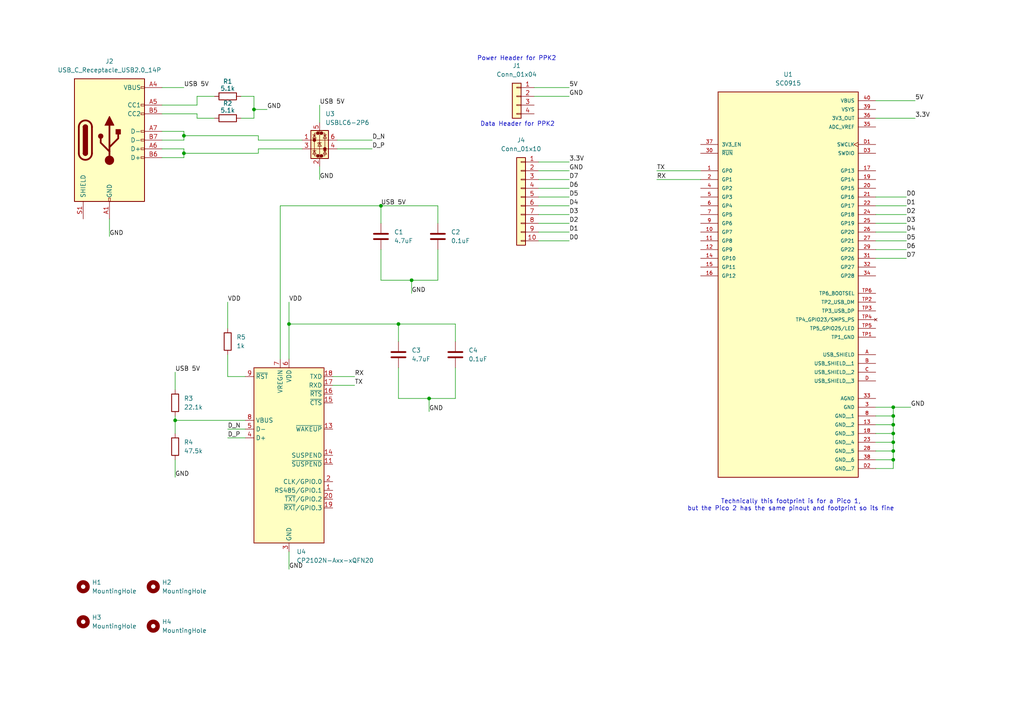
<source format=kicad_sch>
(kicad_sch (version 20231120) (generator "eeschema") (generator_version "8.0")
  (paper "A4")
  (title_block (title "Thesis PCB") (date "2025-03-10") (rev "v1.0") (company "Lafayette College Electrical & Computer Engineering Department") (comment 1 "By Robbie Leslie"))
  (lib_symbols
    (symbol "Connector:USB_C_Receptacle_USB2.0_14P" (pin_names (offset 1.016))
      (property "Reference" "J" (at 0 22.225 0))
      (property "Value" "USB_C_Receptacle_USB2.0_14P" (at 0 19.685 0))
      (symbol "USB_C_Receptacle_USB2.0_14P_0_0"
        (rectangle (start -0.254 -17.78) (end 0.254 -16.764))
        (rectangle (start 10.16 -4.826) (end 9.144 -5.334))
        (rectangle (start 10.16 -2.286) (end 9.144 -2.794))
        (rectangle (start 10.16 0.254) (end 9.144 -0.254))
        (rectangle (start 10.16 2.794) (end 9.144 2.286))
        (rectangle (start 10.16 7.874) (end 9.144 7.366))
        (rectangle (start 10.16 10.414) (end 9.144 9.906))
        (rectangle (start 10.16 15.494) (end 9.144 14.986))
      )
      (symbol "USB_C_Receptacle_USB2.0_14P_0_1"
        (rectangle (start -10.16 17.78) (end 10.16 -17.78) (stroke (width 0.254)) (fill (type background)))
        (arc (start -8.89 -3.81) (mid -6.985 -5.7067) (end -5.08 -3.81) (stroke (width 0.508)))
        (arc (start -7.62 -3.81) (mid -6.985 -4.4423) (end -6.35 -3.81) (stroke (width 0.254)))
        (arc (start -7.62 -3.81) (mid -6.985 -4.4423) (end -6.35 -3.81) (stroke (width 0.254)) (fill (type outline)))
        (rectangle (start -7.62 -3.81) (end -6.35 3.81) (stroke (width 0.254)) (fill (type outline)))
        (arc (start -6.35 3.81) (mid -6.985 4.4423) (end -7.62 3.81) (stroke (width 0.254)))
        (arc (start -6.35 3.81) (mid -6.985 4.4423) (end -7.62 3.81) (stroke (width 0.254)) (fill (type outline)))
        (arc (start -5.08 3.81) (mid -6.985 5.7067) (end -8.89 3.81) (stroke (width 0.508)))
        (circle (center -2.54 1.143) (radius 0.635) (stroke (width 0.254)) (fill (type outline)))
        (circle (center 0 -5.842) (radius 1.27) (fill (type outline)))
        (polyline (pts (xy -8.89 -3.81) (xy -8.89 3.81)) (stroke (width 0.508)))
        (polyline (pts (xy -5.08 3.81) (xy -5.08 -3.81)) (stroke (width 0.508)))
        (polyline (pts (xy 0 -5.842) (xy 0 4.318)) (stroke (width 0.508)))
        (polyline (pts (xy 0 -3.302) (xy -2.54 -0.762) (xy -2.54 0.508)) (stroke (width 0.508)))
        (polyline (pts (xy 0 -2.032) (xy 2.54 0.508) (xy 2.54 1.778)) (stroke (width 0.508)))
        (polyline (pts (xy -1.27 4.318) (xy 0 6.858) (xy 1.27 4.318) (xy -1.27 4.318)) (stroke (width 0.254)) (fill (type outline)))
        (rectangle (start 1.905 1.778) (end 3.175 3.048) (stroke (width 0.254)) (fill (type outline)))
      )
      (symbol "USB_C_Receptacle_USB2.0_14P_1_1"
        (pin passive line (at 0 -22.86 90) (length 5.08) (name "GND") (number "A1"))
        (pin passive line (at 0 -22.86 90) (length 5.08) hide (name "GND") (number "A12"))
        (pin passive line (at 15.24 15.24 180) (length 5.08) (name "VBUS") (number "A4"))
        (pin bidirectional line (at 15.24 10.16 180) (length 5.08) (name "CC1") (number "A5"))
        (pin bidirectional line (at 15.24 -2.54 180) (length 5.08) (name "D+") (number "A6"))
        (pin bidirectional line (at 15.24 2.54 180) (length 5.08) (name "D-") (number "A7"))
        (pin passive line (at 15.24 15.24 180) (length 5.08) hide (name "VBUS") (number "A9"))
        (pin passive line (at 0 -22.86 90) (length 5.08) hide (name "GND") (number "B1"))
        (pin passive line (at 0 -22.86 90) (length 5.08) hide (name "GND") (number "B12"))
        (pin passive line (at 15.24 15.24 180) (length 5.08) hide (name "VBUS") (number "B4"))
        (pin bidirectional line (at 15.24 7.62 180) (length 5.08) (name "CC2") (number "B5"))
        (pin bidirectional line (at 15.24 -5.08 180) (length 5.08) (name "D+") (number "B6"))
        (pin bidirectional line (at 15.24 0 180) (length 5.08) (name "D-") (number "B7"))
        (pin passive line (at 15.24 15.24 180) (length 5.08) hide (name "VBUS") (number "B9"))
        (pin passive line (at -7.62 -22.86 90) (length 5.08) (name "SHIELD") (number "S1"))
      )
    )
    (symbol "Connector_Generic:Conn_01x04" (pin_names (offset 1.016) hide)
      (property "Reference" "J" (at 0 5.08 0))
      (property "Value" "Conn_01x04" (at 0 -7.62 0))
      (symbol "Conn_01x04_1_1"
        (rectangle (start -1.27 -4.953) (end 0 -5.207) (stroke (width 0.1524)))
        (rectangle (start -1.27 -2.413) (end 0 -2.667) (stroke (width 0.1524)))
        (rectangle (start -1.27 0.127) (end 0 -0.127) (stroke (width 0.1524)))
        (rectangle (start -1.27 2.667) (end 0 2.413) (stroke (width 0.1524)))
        (rectangle (start -1.27 3.81) (end 1.27 -6.35) (stroke (width 0.254)) (fill (type background)))
        (pin passive line (at -5.08 2.54 0) (length 3.81) (name "Pin_1") (number "1"))
        (pin passive line (at -5.08 0 0) (length 3.81) (name "Pin_2") (number "2"))
        (pin passive line (at -5.08 -2.54 0) (length 3.81) (name "Pin_3") (number "3"))
        (pin passive line (at -5.08 -5.08 0) (length 3.81) (name "Pin_4") (number "4"))
      )
    )
    (symbol "Connector_Generic:Conn_01x10" (pin_names (offset 1.016) hide)
      (property "Reference" "J" (at 0 12.7 0))
      (property "Value" "Conn_01x10" (at 0 -15.24 0))
      (symbol "Conn_01x10_1_1"
        (rectangle (start -1.27 -12.573) (end 0 -12.827) (stroke (width 0.1524)))
        (rectangle (start -1.27 -10.033) (end 0 -10.287) (stroke (width 0.1524)))
        (rectangle (start -1.27 -7.493) (end 0 -7.747) (stroke (width 0.1524)))
        (rectangle (start -1.27 -4.953) (end 0 -5.207) (stroke (width 0.1524)))
        (rectangle (start -1.27 -2.413) (end 0 -2.667) (stroke (width 0.1524)))
        (rectangle (start -1.27 0.127) (end 0 -0.127) (stroke (width 0.1524)))
        (rectangle (start -1.27 2.667) (end 0 2.413) (stroke (width 0.1524)))
        (rectangle (start -1.27 5.207) (end 0 4.953) (stroke (width 0.1524)))
        (rectangle (start -1.27 7.747) (end 0 7.493) (stroke (width 0.1524)))
        (rectangle (start -1.27 10.287) (end 0 10.033) (stroke (width 0.1524)))
        (rectangle (start -1.27 11.43) (end 1.27 -13.97) (stroke (width 0.254)) (fill (type background)))
        (pin passive line (at -5.08 10.16 0) (length 3.81) (name "Pin_1") (number "1"))
        (pin passive line (at -5.08 -12.7 0) (length 3.81) (name "Pin_10") (number "10"))
        (pin passive line (at -5.08 7.62 0) (length 3.81) (name "Pin_2") (number "2"))
        (pin passive line (at -5.08 5.08 0) (length 3.81) (name "Pin_3") (number "3"))
        (pin passive line (at -5.08 2.54 0) (length 3.81) (name "Pin_4") (number "4"))
        (pin passive line (at -5.08 0 0) (length 3.81) (name "Pin_5") (number "5"))
        (pin passive line (at -5.08 -2.54 0) (length 3.81) (name "Pin_6") (number "6"))
        (pin passive line (at -5.08 -5.08 0) (length 3.81) (name "Pin_7") (number "7"))
        (pin passive line (at -5.08 -7.62 0) (length 3.81) (name "Pin_8") (number "8"))
        (pin passive line (at -5.08 -10.16 0) (length 3.81) (name "Pin_9") (number "9"))
      )
    )
    (symbol "Device:C" (pin_numbers hide) (pin_names (offset 0.254))
      (property "Reference" "C" (at 0.635 2.54 0))
      (property "Value" "C" (at 0.635 -2.54 0))
      (symbol "C_0_1"
        (polyline (pts (xy -2.032 -0.762) (xy 2.032 -0.762)) (stroke (width 0.508)))
        (polyline (pts (xy -2.032 0.762) (xy 2.032 0.762)) (stroke (width 0.508)))
      )
      (symbol "C_1_1"
        (pin passive line (at 0 3.81 270) (length 2.794) (name "~") (number "1"))
        (pin passive line (at 0 -3.81 90) (length 2.794) (name "~") (number "2"))
      )
    )
    (symbol "Device:R" (pin_numbers hide) (pin_names (offset 0))
      (property "Reference" "R" (at 2.032 0 90))
      (property "Value" "R" (at 0 0 90))
      (symbol "R_0_1"
        (rectangle (start -1.016 -2.54) (end 1.016 2.54) (stroke (width 0.254)))
      )
      (symbol "R_1_1"
        (pin passive line (at 0 3.81 270) (length 1.27) (name "~") (number "1"))
        (pin passive line (at 0 -3.81 90) (length 1.27) (name "~") (number "2"))
      )
    )
    (symbol "Interface_USB:CP2102N-Axx-xQFN20"
      (property "Reference" "U" (at -8.89 26.67 0))
      (property "Value" "CP2102N-Axx-xQFN20" (at 12.7 26.67 0))
      (symbol "CP2102N-Axx-xQFN20_0_1"
        (rectangle (start -10.16 25.4) (end 10.16 -25.4) (stroke (width 0.254)) (fill (type background)))
      )
      (symbol "CP2102N-Axx-xQFN20_1_1"
        (pin bidirectional line (at 12.7 -10.16 180) (length 2.54) (name "RS485/GPIO.1") (number "1"))
        (pin no_connect line (at -10.16 -22.86 0) (length 2.54) hide (name "NC") (number "10"))
        (pin output line (at 12.7 -2.54 180) (length 2.54) (name "~{SUSPEND}") (number "11"))
        (pin passive line (at 0 -27.94 90) (length 2.54) hide (name "GND") (number "12"))
        (pin input line (at 12.7 7.62 180) (length 2.54) (name "~{WAKEUP}") (number "13"))
        (pin output line (at 12.7 0 180) (length 2.54) (name "SUSPEND") (number "14"))
        (pin input line (at 12.7 15.24 180) (length 2.54) (name "~{CTS}") (number "15"))
        (pin output line (at 12.7 17.78 180) (length 2.54) (name "~{RTS}") (number "16"))
        (pin input line (at 12.7 20.32 180) (length 2.54) (name "RXD") (number "17"))
        (pin output line (at 12.7 22.86 180) (length 2.54) (name "TXD") (number "18"))
        (pin bidirectional line (at 12.7 -15.24 180) (length 2.54) (name "~{RXT}/GPIO.3") (number "19"))
        (pin bidirectional line (at 12.7 -7.62 180) (length 2.54) (name "CLK/GPIO.0") (number "2"))
        (pin bidirectional line (at 12.7 -12.7 180) (length 2.54) (name "~{TXT}/GPIO.2") (number "20"))
        (pin passive line (at 0 -27.94 90) (length 2.54) hide (name "GND") (number "21"))
        (pin power_in line (at 0 -27.94 90) (length 2.54) (name "GND") (number "3"))
        (pin bidirectional line (at -12.7 5.08 0) (length 2.54) (name "D+") (number "4"))
        (pin bidirectional line (at -12.7 7.62 0) (length 2.54) (name "D-") (number "5"))
        (pin power_in line (at 0 27.94 270) (length 2.54) (name "VDD") (number "6"))
        (pin power_in line (at -2.54 27.94 270) (length 2.54) (name "VREGIN") (number "7"))
        (pin input line (at -12.7 10.16 0) (length 2.54) (name "VBUS") (number "8"))
        (pin input line (at -12.7 22.86 0) (length 2.54) (name "~{RST}") (number "9"))
      )
    )
    (symbol "Mechanical:MountingHole" (pin_names (offset 1.016)) (exclude_from_sim yes) (in_bom no)
      (property "Reference" "H" (at 0 5.08 0))
      (property "Value" "MountingHole" (at 0 3.175 0))
      (symbol "MountingHole_0_1"
        (circle (center 0 0) (radius 1.27) (stroke (width 1.27)))
      )
    )
    (symbol "Pico:SC0915" (pin_names (offset 1.016))
      (property "Reference" "U" (at -20.32 44.069 0))
      (property "Value" "SC0915" (at -20.32 -71.12 0))
      (symbol "SC0915_0_0"
        (rectangle (start -20.32 -68.58) (end 20.32 43.18) (stroke (width 0.254)) (fill (type background)))
        (pin bidirectional line (at -25.4 20.32 0) (length 5.08) (name "GP0") (number "1"))
        (pin bidirectional line (at -25.4 2.54 0) (length 5.08) (name "GP7") (number "10"))
        (pin bidirectional line (at -25.4 0 0) (length 5.08) (name "GP8") (number "11"))
        (pin bidirectional line (at -25.4 -2.54 0) (length 5.08) (name "GP9") (number "12"))
        (pin power_in line (at 25.4 -53.34 180) (length 5.08) (name "GND__2") (number "13"))
        (pin bidirectional line (at -25.4 -5.08 0) (length 5.08) (name "GP10") (number "14"))
        (pin bidirectional line (at -25.4 -7.62 0) (length 5.08) (name "GP11") (number "15"))
        (pin bidirectional line (at -25.4 -10.16 0) (length 5.08) (name "GP12") (number "16"))
        (pin bidirectional line (at 25.4 20.32 180) (length 5.08) (name "GP13") (number "17"))
        (pin power_in line (at 25.4 -55.88 180) (length 5.08) (name "GND__3") (number "18"))
        (pin bidirectional line (at 25.4 17.78 180) (length 5.08) (name "GP14") (number "19"))
        (pin bidirectional line (at -25.4 17.78 0) (length 5.08) (name "GP1") (number "2"))
        (pin bidirectional line (at 25.4 15.24 180) (length 5.08) (name "GP15") (number "20"))
        (pin bidirectional line (at 25.4 12.7 180) (length 5.08) (name "GP16") (number "21"))
        (pin bidirectional line (at 25.4 10.16 180) (length 5.08) (name "GP17") (number "22"))
        (pin power_in line (at 25.4 -58.42 180) (length 5.08) (name "GND__4") (number "23"))
        (pin bidirectional line (at 25.4 7.62 180) (length 5.08) (name "GP18") (number "24"))
        (pin bidirectional line (at 25.4 5.08 180) (length 5.08) (name "GP19") (number "25"))
        (pin bidirectional line (at 25.4 2.54 180) (length 5.08) (name "GP20") (number "26"))
        (pin bidirectional line (at 25.4 0 180) (length 5.08) (name "GP21") (number "27"))
        (pin power_in line (at 25.4 -60.96 180) (length 5.08) (name "GND__5") (number "28"))
        (pin bidirectional line (at 25.4 -2.54 180) (length 5.08) (name "GP22") (number "29"))
        (pin power_in line (at 25.4 -48.26 180) (length 5.08) (name "GND") (number "3"))
        (pin input line (at -25.4 25.4 0) (length 5.08) (name "~{RUN}") (number "30"))
        (pin bidirectional line (at 25.4 -5.08 180) (length 5.08) (name "GP26") (number "31"))
        (pin bidirectional line (at 25.4 -7.62 180) (length 5.08) (name "GP27") (number "32"))
        (pin power_in line (at 25.4 -45.72 180) (length 5.08) (name "AGND") (number "33"))
        (pin bidirectional line (at 25.4 -10.16 180) (length 5.08) (name "GP28") (number "34"))
        (pin power_in line (at 25.4 33.02 180) (length 5.08) (name "ADC_VREF") (number "35"))
        (pin power_in line (at 25.4 35.56 180) (length 5.08) (name "3V3_OUT") (number "36"))
        (pin input line (at -25.4 27.94 0) (length 5.08) (name "3V3_EN") (number "37"))
        (pin power_in line (at 25.4 -63.5 180) (length 5.08) (name "GND__6") (number "38"))
        (pin power_in line (at 25.4 38.1 180) (length 5.08) (name "VSYS") (number "39"))
        (pin bidirectional line (at -25.4 15.24 0) (length 5.08) (name "GP2") (number "4"))
        (pin power_in line (at 25.4 40.64 180) (length 5.08) (name "VBUS") (number "40"))
        (pin bidirectional line (at -25.4 12.7 0) (length 5.08) (name "GP3") (number "5"))
        (pin bidirectional line (at -25.4 10.16 0) (length 5.08) (name "GP4") (number "6"))
        (pin bidirectional line (at -25.4 7.62 0) (length 5.08) (name "GP5") (number "7"))
        (pin power_in line (at 25.4 -50.8 180) (length 5.08) (name "GND__1") (number "8"))
        (pin bidirectional line (at -25.4 5.08 0) (length 5.08) (name "GP6") (number "9"))
        (pin power_in line (at 25.4 -33.02 180) (length 5.08) (name "USB_SHIELD") (number "A"))
        (pin power_in line (at 25.4 -35.56 180) (length 5.08) (name "USB_SHIELD__1") (number "B"))
        (pin power_in line (at 25.4 -38.1 180) (length 5.08) (name "USB_SHIELD__2") (number "C"))
        (pin power_in line (at 25.4 -40.64 180) (length 5.08) (name "USB_SHIELD__3") (number "D"))
        (pin input clock (at 25.4 27.94 180) (length 5.08) (name "SWCLK") (number "D1"))
        (pin power_in line (at 25.4 -66.04 180) (length 5.08) (name "GND__7") (number "D2"))
        (pin bidirectional line (at 25.4 25.4 180) (length 5.08) (name "SWDIO") (number "D3"))
        (pin power_in line (at 25.4 -27.94 180) (length 5.08) (name "TP1_GND") (number "TP1"))
        (pin bidirectional line (at 25.4 -17.78 180) (length 5.08) (name "TP2_USB_DM") (number "TP2"))
        (pin bidirectional line (at 25.4 -20.32 180) (length 5.08) (name "TP3_USB_DP") (number "TP3"))
        (pin no_connect line (at 25.4 -22.86 180) (length 5.08) (name "TP4_GPIO23/SMPS_PS") (number "TP4"))
        (pin output line (at 25.4 -25.4 180) (length 5.08) (name "TP5_GPIO25/LED") (number "TP5"))
        (pin input line (at 25.4 -15.24 180) (length 5.08) (name "TP6_BOOTSEL") (number "TP6"))
      )
    )
    (symbol "Power_Protection:USBLC6-2P6" (pin_names hide)
      (property "Reference" "U" (at 0.635 5.715 0))
      (property "Value" "USBLC6-2P6" (at 0.635 3.81 0))
      (symbol "USBLC6-2P6_0_0"
        (circle (center -1.524 0) (radius 0.0001) (stroke (width 0.508)))
        (circle (center -0.508 -4.572) (radius 0.0001) (stroke (width 0.508)))
        (circle (center -0.508 2.032) (radius 0.0001) (stroke (width 0.508)))
        (circle (center 0.508 -4.572) (radius 0.0001) (stroke (width 0.508)))
        (circle (center 0.508 2.032) (radius 0.0001) (stroke (width 0.508)))
        (circle (center 1.524 -2.54) (radius 0.0001) (stroke (width 0.508)))
      )
      (symbol "USBLC6-2P6_0_1"
        (polyline (pts (xy -2.54 -2.54) (xy 2.54 -2.54)))
        (polyline (pts (xy -2.54 0) (xy 2.54 0)))
        (polyline (pts (xy -2.032 -3.048) (xy -1.016 -3.048)))
        (polyline (pts (xy -1.016 1.524) (xy -2.032 1.524)))
        (polyline (pts (xy 1.016 -3.048) (xy 2.032 -3.048)))
        (polyline (pts (xy 1.016 1.524) (xy 2.032 1.524)))
        (polyline (pts (xy -0.508 -1.143) (xy -0.508 -0.762) (xy 0.508 -0.762)))
        (polyline (pts (xy -2.032 0.508) (xy -1.016 0.508) (xy -1.524 1.524) (xy -2.032 0.508)))
        (polyline (pts (xy -1.016 -4.064) (xy -2.032 -4.064) (xy -1.524 -3.048) (xy -1.016 -4.064)))
        (polyline (pts (xy 0.508 -1.778) (xy -0.508 -1.778) (xy 0 -0.762) (xy 0.508 -1.778)))
        (polyline (pts (xy 2.032 -4.064) (xy 1.016 -4.064) (xy 1.524 -3.048) (xy 2.032 -4.064)))
        (polyline (pts (xy 2.032 0.508) (xy 1.016 0.508) (xy 1.524 1.524) (xy 2.032 0.508)))
        (polyline (pts (xy 0 2.54) (xy -0.508 2.032) (xy 0.508 2.032) (xy 0 1.524) (xy 0 -4.064) (xy -0.508 -4.572) (xy 0.508 -4.572) (xy 0 -5.08)))
      )
      (symbol "USBLC6-2P6_1_1"
        (rectangle (start -2.54 2.794) (end 2.54 -5.334) (stroke (width 0.254)) (fill (type background)))
        (polyline (pts (xy -0.508 2.032) (xy -1.524 2.032) (xy -1.524 -4.572) (xy -0.508 -4.572)))
        (polyline (pts (xy 0.508 -4.572) (xy 1.524 -4.572) (xy 1.524 2.032) (xy 0.508 2.032)))
        (pin passive line (at -5.08 0 0) (length 2.54) (name "I/O1") (number "1"))
        (pin passive line (at 0 -7.62 90) (length 2.54) (name "GND") (number "2"))
        (pin passive line (at -5.08 -2.54 0) (length 2.54) (name "I/O2") (number "3"))
        (pin passive line (at 5.08 -2.54 180) (length 2.54) (name "I/O2") (number "4"))
        (pin passive line (at 0 5.08 270) (length 2.54) (name "VBUS") (number "5"))
        (pin passive line (at 5.08 0 180) (length 2.54) (name "I/O1") (number "6"))
      )
    )
  )
  (junction (at 259.08 123.19))
  (junction (at 259.08 125.73))
  (junction (at 259.08 133.35))
  (junction (at 259.08 130.81))
  (junction (at 53.34 44.45))
  (junction (at 259.08 120.65))
  (junction (at 53.34 39.37))
  (junction (at 259.08 128.27))
  (junction (at 259.08 118.11))
  (junction (at 73.66 31.75))
  (junction (at 115.57 93.98))
  (junction (at 124.46 115.57))
  (junction (at 50.8 121.92))
  (junction (at 83.82 93.98))
  (junction (at 119.38 81.28))
  (junction (at 110.49 59.69))
  (wire (pts (xy 259.08 125.73) (xy 259.08 123.19)))
  (wire (pts (xy 115.57 115.57) (xy 124.46 115.57)))
  (wire (pts (xy 254 120.65) (xy 259.08 120.65)))
  (wire (pts (xy 254 128.27) (xy 259.08 128.27)))
  (wire (pts (xy 46.99 30.48) (xy 57.15 30.48)))
  (wire (pts (xy 156.21 54.61) (xy 165.1 54.61)))
  (wire (pts (xy 110.49 81.28) (xy 119.38 81.28)))
  (wire (pts (xy 254 34.29) (xy 265.43 34.29)))
  (wire (pts (xy 124.46 115.57) (xy 132.08 115.57)))
  (wire (pts (xy 97.79 43.18) (xy 107.95 43.18)))
  (wire (pts (xy 254 29.21) (xy 265.43 29.21)))
  (wire (pts (xy 92.71 48.26) (xy 92.71 52.07)))
  (wire (pts (xy 73.66 34.29) (xy 69.85 34.29)))
  (wire (pts (xy 259.08 123.19) (xy 259.08 120.65)))
  (wire (pts (xy 254 57.15) (xy 262.89 57.15)))
  (wire (pts (xy 46.99 45.72) (xy 53.34 45.72)))
  (wire (pts (xy 53.34 39.37) (xy 74.93 39.37)))
  (wire (pts (xy 46.99 33.02) (xy 57.15 33.02)))
  (wire (pts (xy 154.94 25.4) (xy 165.1 25.4)))
  (wire (pts (xy 74.93 44.45) (xy 74.93 43.18)))
  (wire (pts (xy 57.15 30.48) (xy 57.15 27.94)))
  (wire (pts (xy 254 62.23) (xy 262.89 62.23)))
  (wire (pts (xy 254 118.11) (xy 259.08 118.11)))
  (wire (pts (xy 119.38 81.28) (xy 127 81.28)))
  (wire (pts (xy 46.99 40.64) (xy 53.34 40.64)))
  (wire (pts (xy 156.21 69.85) (xy 165.1 69.85)))
  (wire (pts (xy 156.21 52.07) (xy 165.1 52.07)))
  (wire (pts (xy 254 72.39) (xy 262.89 72.39)))
  (wire (pts (xy 53.34 38.1) (xy 53.34 39.37)))
  (wire (pts (xy 254 125.73) (xy 259.08 125.73)))
  (wire (pts (xy 83.82 93.98) (xy 115.57 93.98)))
  (wire (pts (xy 156.21 49.53) (xy 165.1 49.53)))
  (wire (pts (xy 57.15 27.94) (xy 62.23 27.94)))
  (wire (pts (xy 46.99 25.4) (xy 53.34 25.4)))
  (wire (pts (xy 110.49 72.39) (xy 110.49 81.28)))
  (wire (pts (xy 156.21 67.31) (xy 165.1 67.31)))
  (wire (pts (xy 96.52 109.22) (xy 102.87 109.22)))
  (wire (pts (xy 254 59.69) (xy 262.89 59.69)))
  (wire (pts (xy 190.5 52.07) (xy 203.2 52.07)))
  (wire (pts (xy 97.79 40.64) (xy 107.95 40.64)))
  (wire (pts (xy 83.82 160.02) (xy 83.82 165.1)))
  (wire (pts (xy 259.08 118.11) (xy 264.16 118.11)))
  (wire (pts (xy 110.49 59.69) (xy 127 59.69)))
  (wire (pts (xy 73.66 31.75) (xy 73.66 34.29)))
  (wire (pts (xy 57.15 34.29) (xy 62.23 34.29)))
  (wire (pts (xy 53.34 39.37) (xy 53.34 40.64)))
  (wire (pts (xy 31.75 63.5) (xy 31.75 68.58)))
  (wire (pts (xy 254 133.35) (xy 259.08 133.35)))
  (wire (pts (xy 259.08 128.27) (xy 259.08 125.73)))
  (wire (pts (xy 254 123.19) (xy 259.08 123.19)))
  (wire (pts (xy 81.28 59.69) (xy 81.28 104.14)))
  (wire (pts (xy 71.12 109.22) (xy 66.04 109.22)))
  (wire (pts (xy 92.71 30.48) (xy 92.71 35.56)))
  (wire (pts (xy 50.8 133.35) (xy 50.8 138.43)))
  (wire (pts (xy 50.8 107.95) (xy 50.8 113.03)))
  (wire (pts (xy 73.66 31.75) (xy 77.47 31.75)))
  (wire (pts (xy 132.08 115.57) (xy 132.08 106.68)))
  (wire (pts (xy 110.49 59.69) (xy 110.49 64.77)))
  (wire (pts (xy 74.93 39.37) (xy 74.93 40.64)))
  (wire (pts (xy 53.34 43.18) (xy 53.34 44.45)))
  (wire (pts (xy 96.52 111.76) (xy 102.87 111.76)))
  (wire (pts (xy 259.08 133.35) (xy 259.08 135.89)))
  (wire (pts (xy 110.49 59.69) (xy 81.28 59.69)))
  (wire (pts (xy 254 135.89) (xy 259.08 135.89)))
  (wire (pts (xy 66.04 124.46) (xy 71.12 124.46)))
  (wire (pts (xy 127 81.28) (xy 127 72.39)))
  (wire (pts (xy 115.57 93.98) (xy 115.57 99.06)))
  (wire (pts (xy 254 69.85) (xy 262.89 69.85)))
  (wire (pts (xy 254 67.31) (xy 262.89 67.31)))
  (wire (pts (xy 73.66 27.94) (xy 73.66 31.75)))
  (wire (pts (xy 115.57 93.98) (xy 132.08 93.98)))
  (wire (pts (xy 50.8 120.65) (xy 50.8 121.92)))
  (wire (pts (xy 156.21 57.15) (xy 165.1 57.15)))
  (wire (pts (xy 66.04 102.87) (xy 66.04 109.22)))
  (wire (pts (xy 190.5 49.53) (xy 203.2 49.53)))
  (wire (pts (xy 66.04 127) (xy 71.12 127)))
  (wire (pts (xy 69.85 27.94) (xy 73.66 27.94)))
  (wire (pts (xy 156.21 64.77) (xy 165.1 64.77)))
  (wire (pts (xy 156.21 46.99) (xy 165.1 46.99)))
  (wire (pts (xy 74.93 43.18) (xy 87.63 43.18)))
  (wire (pts (xy 46.99 38.1) (xy 53.34 38.1)))
  (wire (pts (xy 53.34 44.45) (xy 74.93 44.45)))
  (wire (pts (xy 83.82 93.98) (xy 83.82 104.14)))
  (wire (pts (xy 53.34 44.45) (xy 53.34 45.72)))
  (wire (pts (xy 254 74.93) (xy 262.89 74.93)))
  (wire (pts (xy 115.57 106.68) (xy 115.57 115.57)))
  (wire (pts (xy 50.8 121.92) (xy 50.8 125.73)))
  (wire (pts (xy 66.04 87.63) (xy 66.04 95.25)))
  (wire (pts (xy 119.38 81.28) (xy 119.38 85.09)))
  (wire (pts (xy 259.08 120.65) (xy 259.08 118.11)))
  (wire (pts (xy 254 130.81) (xy 259.08 130.81)))
  (wire (pts (xy 156.21 59.69) (xy 165.1 59.69)))
  (wire (pts (xy 50.8 121.92) (xy 71.12 121.92)))
  (wire (pts (xy 154.94 27.94) (xy 165.1 27.94)))
  (wire (pts (xy 124.46 115.57) (xy 124.46 119.38)))
  (wire (pts (xy 259.08 128.27) (xy 259.08 130.81)))
  (wire (pts (xy 132.08 93.98) (xy 132.08 99.06)))
  (wire (pts (xy 57.15 33.02) (xy 57.15 34.29)))
  (wire (pts (xy 259.08 130.81) (xy 259.08 133.35)))
  (wire (pts (xy 127 59.69) (xy 127 64.77)))
  (wire (pts (xy 74.93 40.64) (xy 87.63 40.64)))
  (wire (pts (xy 156.21 62.23) (xy 165.1 62.23)))
  (wire (pts (xy 254 64.77) (xy 262.89 64.77)))
  (wire (pts (xy 46.99 43.18) (xy 53.34 43.18)))
  (wire (pts (xy 83.82 87.63) (xy 83.82 93.98)))
  (text "Data Header for PPK2" (at 150.114 36.068 0) (effects (font (size 1.27 1.27))))
  (text "Technically this footprint is for a Pico 1,\nbut the Pico 2 has the same pinout and footprint so its fine" (at 229.362 146.558 0) (effects (font (size 1.27 1.27))))
  (text "Power Header for PPK2" (at 149.86 17.018 0) (effects (font (size 1.27 1.27))))
  (label "D_P" (at 66.04 127 0))
  (label "D3" (at 165.1 62.23 0))
  (label "5V" (at 165.1 25.4 0))
  (label "D6" (at 262.89 72.39 0))
  (label "D1" (at 165.1 67.31 0))
  (label "GND" (at 165.1 27.94 0))
  (label "VDD" (at 66.04 87.63 0))
  (label "GND" (at 119.38 85.09 0))
  (label "USB 5V" (at 92.71 30.48 0))
  (label "D4" (at 262.89 67.31 0))
  (label "5V" (at 265.43 29.21 0))
  (label "D0" (at 262.89 57.15 0))
  (label "TX" (at 190.5 49.53 0))
  (label "D2" (at 165.1 64.77 0))
  (label "D_N" (at 66.04 124.46 0))
  (label "D6" (at 165.1 54.61 0))
  (label "GND" (at 264.16 118.11 0))
  (label "D5" (at 262.89 69.85 0))
  (label "GND" (at 124.46 119.38 0))
  (label "D_N" (at 107.95 40.64 0))
  (label "D_P" (at 107.95 43.18 0))
  (label "3.3V" (at 265.43 34.29 0))
  (label "D4" (at 165.1 59.69 0))
  (label "USB 5V" (at 53.34 25.4 0))
  (label "D7" (at 262.89 74.93 0))
  (label "USB 5V" (at 110.49 59.69 0))
  (label "USB 5V" (at 50.8 107.95 0))
  (label "D0" (at 165.1 69.85 0))
  (label "D3" (at 262.89 64.77 0))
  (label "RX" (at 102.87 109.22 0))
  (label "VDD" (at 83.82 87.63 0))
  (label "GND" (at 83.82 165.1 0))
  (label "3.3V" (at 165.1 46.99 0))
  (label "RX" (at 190.5 52.07 0))
  (label "D7" (at 165.1 52.07 0))
  (label "GND" (at 50.8 138.43 0))
  (label "GND" (at 77.47 31.75 0))
  (label "GND" (at 165.1 49.53 0))
  (label "D2" (at 262.89 62.23 0))
  (label "GND" (at 92.71 52.07 0))
  (label "D1" (at 262.89 59.69 0))
  (label "TX" (at 102.87 111.76 0))
  (label "D5" (at 165.1 57.15 0))
  (label "GND" (at 31.75 68.58 0))
  (symbol (lib_id "Connector_Generic:Conn_01x04") (at 149.86 27.94 0) (mirror y) (unit 1)
    (property "Reference" "J1" (at 149.86 19.05 0))
    (property "Value" "Conn_01x04" (at 149.86 21.59 0))
    (property "Footprint" "Connector_Harwin:Harwin_M20-89004xx_1x04_P2.54mm_Horizontal" (effects (hide yes)))
    (property "Description" "Generic connector, single row, 01x04, script generated (kicad-library-utils/schlib/autogen/connector/)" (effects (hide yes)))
    (property "Manufacturer Part Number" "M20-8900405" (effects (hide yes)))
  )
  (symbol (lib_id "Connector_Generic:Conn_01x10") (at 151.13 57.15 0) (mirror y) (unit 1)
    (property "Reference" "J4" (at 151.13 40.64 0))
    (property "Value" "Conn_01x10" (at 151.13 43.18 0))
    (property "Footprint" "Footprints:HARWIN_M20-8891045" (effects (hide yes)))
    (property "Description" "Generic connector, single row, 01x10, script generated (kicad-library-utils/schlib/autogen/connector/)" (effects (hide yes)))
    (property "Manufacturer Part Number" "M20-8891045" (effects (hide yes)))
  )
  (symbol (lib_id "Mechanical:MountingHole") (at 44.45 181.61 0) (unit 1) (exclude_from_sim yes) (in_bom no)
    (property "Reference" "H4" (at 46.99 180.3399 0) (effects (justify left)))
    (property "Value" "MountingHole" (at 46.99 182.8799 0) (effects (justify left)))
    (property "Footprint" "MountingHole:MountingHole_3.2mm_M3_ISO7380_Pad_TopBottom" (effects (hide yes)))
    (property "Description" "Mounting Hole without connection" (effects (hide yes)))
  )
  (symbol (lib_id "Device:C") (at 132.08 102.87 0) (unit 1)
    (property "Reference" "C4" (at 135.89 101.5999 0) (effects (justify left)))
    (property "Value" "0.1uF" (at 135.89 104.1399 0) (effects (justify left)))
    (property "Footprint" "Capacitor_SMD:C_1206_3216Metric" (effects (hide yes)))
    (property "Description" "Unpolarized capacitor" (effects (hide yes)))
    (property "Manufacturer Part Number" "C1206C104K5RACTU" (effects (hide yes)))
  )
  (symbol (lib_id "Mechanical:MountingHole") (at 44.45 170.18 0) (unit 1) (exclude_from_sim yes) (in_bom no)
    (property "Reference" "H2" (at 46.99 168.9099 0) (effects (justify left)))
    (property "Value" "MountingHole" (at 46.99 171.4499 0) (effects (justify left)))
    (property "Footprint" "MountingHole:MountingHole_3.2mm_M3_ISO7380_Pad_TopBottom" (effects (hide yes)))
    (property "Description" "Mounting Hole without connection" (effects (hide yes)))
  )
  (symbol (lib_id "Device:R") (at 66.04 34.29 270) (unit 1)
    (property "Reference" "R2" (at 66.04 29.972 90))
    (property "Value" "5.1k" (at 66.04 32.004 90))
    (property "Footprint" "Resistor_SMD:R_1206_3216Metric" (effects (hide yes)))
    (property "Description" "Resistor" (effects (hide yes)))
    (property "Manufacturer Part Number" "CRCW12065K10FKEA" (effects (hide yes)))
  )
  (symbol (lib_id "Device:R") (at 66.04 27.94 270) (unit 1)
    (property "Reference" "R1" (at 66.04 23.622 90))
    (property "Value" "5.1k" (at 66.04 25.654 90))
    (property "Footprint" "Resistor_SMD:R_1206_3216Metric" (effects (hide yes)))
    (property "Description" "Resistor" (effects (hide yes)))
    (property "Manufacturer Part Number" "CRCW12065K10FKEA" (effects (hide yes)))
  )
  (symbol (lib_id "Pico:SC0915") (at 228.6 69.85 0) (unit 1)
    (property "Reference" "U1" (at 228.6 21.59 0))
    (property "Value" "SC0915" (at 228.6 24.13 0))
    (property "Footprint" "Footprints:pico" (effects (hide yes)))
    (property "PARTREV" "1.9" (effects (hide yes)))
    (property "SNAPEDA_PN" "SC0915" (effects (hide yes)))
    (property "STANDARD" "Manufacturer Recommendations" (effects (hide yes)))
    (property "MANUFACTURER" "Pi Supply" (effects (hide yes)))
  )
  (symbol (lib_id "Connector:USB_C_Receptacle_USB2.0_14P") (at 31.75 40.64 0) (unit 1)
    (property "Reference" "J2" (at 31.75 17.78 0))
    (property "Value" "USB_C_Receptacle_USB2.0_14P" (at 31.75 20.32 0))
    (property "Footprint" "Connector_USB:USB_C_Receptacle_GCT_USB4105-xx-A_16P_TopMnt_Horizontal" (effects (hide yes)))
    (property "Datasheet" "https://www.usb.org/sites/default/files/documents/usb_type-c.zip" (effects (hide yes)))
    (property "Description" "USB 2.0-only 14P Type-C Receptacle connector" (effects (hide yes)))
    (property "Manufacturer Part Number" "USB4105-GF-A" (effects (hide yes)))
  )
  (symbol (lib_id "Device:R") (at 50.8 116.84 0) (unit 1)
    (property "Reference" "R3" (at 53.34 115.5699 0) (effects (justify left)))
    (property "Value" "22.1k" (at 53.34 118.1099 0) (effects (justify left)))
    (property "Footprint" "Resistor_SMD:R_1206_3216Metric" (effects (hide yes)))
    (property "Description" "Resistor" (effects (hide yes)))
    (property "Manufacturer Part Number" "RNCP1206FTD22K1" (effects (hide yes)))
  )
  (symbol (lib_id "Device:C") (at 115.57 102.87 0) (unit 1)
    (property "Reference" "C3" (at 119.38 101.5999 0) (effects (justify left)))
    (property "Value" "4.7uF" (at 119.38 104.1399 0) (effects (justify left)))
    (property "Footprint" "Capacitor_SMD:C_1206_3216Metric" (effects (hide yes)))
    (property "Description" "Unpolarized capacitor" (effects (hide yes)))
    (property "Manufacturer Part Number" "CL31B475KOHNNNE" (effects (hide yes)))
  )
  (symbol (lib_id "Device:R") (at 66.04 99.06 0) (unit 1)
    (property "Reference" "R5" (at 68.58 97.7899 0) (effects (justify left)))
    (property "Value" "1k" (at 68.58 100.3299 0) (effects (justify left)))
    (property "Footprint" "Resistor_SMD:R_1206_3216Metric" (effects (hide yes)))
    (property "Description" "Resistor" (effects (hide yes)))
    (property "Manufacturer Part Number" "RNCP1206FTD1K00" (effects (hide yes)))
  )
  (symbol (lib_id "Device:C") (at 110.49 68.58 0) (unit 1)
    (property "Reference" "C1" (at 114.3 67.3099 0) (effects (justify left)))
    (property "Value" "4.7uF" (at 114.3 69.8499 0) (effects (justify left)))
    (property "Footprint" "Capacitor_SMD:C_1206_3216Metric" (effects (hide yes)))
    (property "Description" "Unpolarized capacitor" (effects (hide yes)))
    (property "Manufacturer Part Number" "CL31B475KOHNNNE" (effects (hide yes)))
  )
  (symbol (lib_id "Device:C") (at 127 68.58 0) (unit 1)
    (property "Reference" "C2" (at 130.81 67.3099 0) (effects (justify left)))
    (property "Value" "0.1uF" (at 130.81 69.8499 0) (effects (justify left)))
    (property "Footprint" "Capacitor_SMD:C_1206_3216Metric" (effects (hide yes)))
    (property "Description" "Unpolarized capacitor" (effects (hide yes)))
    (property "Manufacturer Part Number" "C1206C104K5RACTU" (effects (hide yes)))
  )
  (symbol (lib_id "Power_Protection:USBLC6-2P6") (at 92.71 40.64 0) (unit 1)
    (property "Reference" "U3" (at 94.3611 33.02 0) (effects (justify left)))
    (property "Value" "USBLC6-2P6" (at 94.3611 35.56 0) (effects (justify left)))
    (property "Footprint" "Package_TO_SOT_SMD:SOT-666" (effects (hide yes)))
    (property "Datasheet" "https://www.st.com/resource/en/datasheet/usblc6-2.pdf" (effects (hide yes)))
    (property "Description" "Very low capacitance ESD protection diode, 2 data-line, SOT-666" (effects (hide yes)))
    (property "Manufacturer Part Number" "USBLC6-2P6" (effects (hide yes)))
  )
  (symbol (lib_id "Mechanical:MountingHole") (at 24.13 170.18 0) (unit 1) (exclude_from_sim yes) (in_bom no)
    (property "Reference" "H1" (at 26.67 168.9099 0) (effects (justify left)))
    (property "Value" "MountingHole" (at 26.67 171.4499 0) (effects (justify left)))
    (property "Footprint" "MountingHole:MountingHole_3.2mm_M3_ISO7380_Pad_TopBottom" (effects (hide yes)))
    (property "Description" "Mounting Hole without connection" (effects (hide yes)))
  )
  (symbol (lib_id "Interface_USB:CP2102N-Axx-xQFN20") (at 83.82 132.08 0) (unit 1)
    (property "Reference" "U4" (at 86.0141 160.02 0) (effects (justify left)))
    (property "Value" "CP2102N-Axx-xQFN20" (at 86.0141 162.56 0) (effects (justify left)))
    (property "Footprint" "Package_DFN_QFN:SiliconLabs_QFN-20-1EP_3x3mm_P0.5mm_EP1.8x1.8mm" (effects (hide yes)))
    (property "Datasheet" "https://www.silabs.com/documents/public/data-sheets/cp2102n-datasheet.pdf" (effects (hide yes)))
    (property "Description" "USB to UART master bridge, QFN-20" (effects (hide yes)))
    (property "Manufacturer Part Number" "CP2102N-A02-GQFN20R" (effects (hide yes)))
  )
  (symbol (lib_id "Mechanical:MountingHole") (at 24.13 180.34 0) (unit 1) (exclude_from_sim yes) (in_bom no)
    (property "Reference" "H3" (at 26.67 179.0699 0) (effects (justify left)))
    (property "Value" "MountingHole" (at 26.67 181.6099 0) (effects (justify left)))
    (property "Footprint" "MountingHole:MountingHole_3.2mm_M3_ISO7380_Pad_TopBottom" (effects (hide yes)))
    (property "Description" "Mounting Hole without connection" (effects (hide yes)))
  )
  (symbol (lib_id "Device:R") (at 50.8 129.54 0) (unit 1)
    (property "Reference" "R4" (at 53.34 128.2699 0) (effects (justify left)))
    (property "Value" "47.5k" (at 53.34 130.8099 0) (effects (justify left)))
    (property "Footprint" "Resistor_SMD:R_1206_3216Metric" (effects (hide yes)))
    (property "Description" "Resistor" (effects (hide yes)))
    (property "Manufacturer Part Number" "RC1206FR-0747K5L" (effects (hide yes)))
  )
)
</source>
